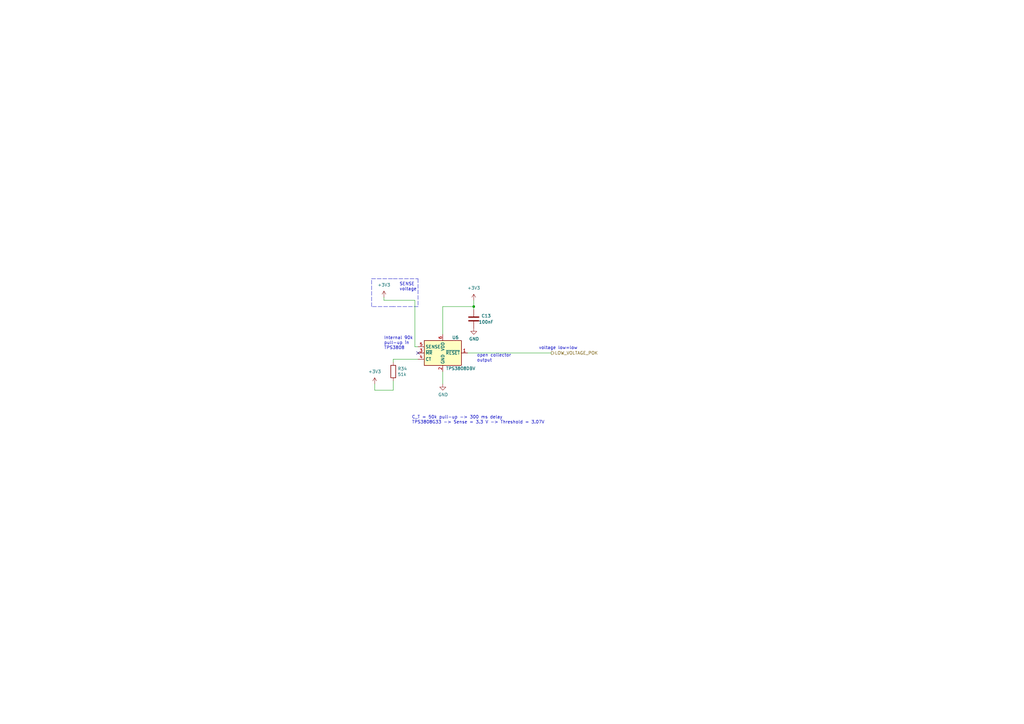
<source format=kicad_sch>
(kicad_sch (version 20211123) (generator eeschema)
  (paper "A3")
  (title_block (title "AMC Template") (date "2022-09-07") (rev "1.0") (company "Karlsruhe Institute of Technology (KIT)") (comment 1 "Institute for Data Processing and Electronics (IPE)") (comment 2 "Carsten Schmerbeck") (comment 3 "Luis Ardila") (comment 4 "Licensed under CERN-OHL-P v2"))
  (lib_symbols
    (symbol "Device:C" (pin_numbers hide) (pin_names (offset 0.254))
      (property "Reference" "C" (at 0.635 2.54 0))
      (property "Value" "C" (at 0.635 -2.54 0))
      (symbol "C_0_1"
        (polyline (pts (xy -2.032 -0.762) (xy 2.032 -0.762)) (stroke (width 0.508)))
        (polyline (pts (xy -2.032 0.762) (xy 2.032 0.762)) (stroke (width 0.508)))
      )
      (symbol "C_1_1"
        (pin passive line (at 0 3.81 270) (length 2.794) (name "~") (number "1"))
        (pin passive line (at 0 -3.81 90) (length 2.794) (name "~") (number "2"))
      )
    )
    (symbol "Device:R" (pin_numbers hide) (pin_names (offset 0))
      (property "Reference" "R" (at 2.032 0 90))
      (property "Value" "R" (at 0 0 90))
      (symbol "R_0_1"
        (rectangle (start -1.016 -2.54) (end 1.016 2.54) (stroke (width 0.254)))
      )
      (symbol "R_1_1"
        (pin passive line (at 0 3.81 270) (length 1.27) (name "~") (number "1"))
        (pin passive line (at 0 -3.81 90) (length 1.27) (name "~") (number "2"))
      )
    )
    (symbol "KIT_Power_Supervisor:TPS3808DBV"
      (property "Reference" "U" (at 0 8.89 0))
      (property "Value" "TPS3808DBV" (at 0 6.35 0))
      (symbol "TPS3808DBV_0_1"
        (rectangle (start -7.62 5.08) (end 7.62 -5.08) (stroke (width 0.254)) (fill (type background)))
      )
      (symbol "TPS3808DBV_1_1"
        (pin open_collector line (at 10.16 0 180) (length 2.54) (name "~{RESET}") (number "1"))
        (pin power_in line (at 0 -7.62 90) (length 2.54) (name "GND") (number "2"))
        (pin input line (at -10.16 0 0) (length 2.54) (name "~{MR}") (number "3"))
        (pin input line (at -10.16 -2.54 0) (length 2.54) (name "CT") (number "4"))
        (pin input line (at -10.16 2.54 0) (length 2.54) (name "SENSE") (number "5"))
        (pin power_in line (at 0 7.62 270) (length 2.54) (name "VDD") (number "6"))
      )
    )
    (symbol "power:+3V3" (power) (pin_names (offset 0))
      (property "Value" "+3V3" (at 0 3.556 0))
      (symbol "+3V3_0_1"
        (polyline (pts (xy -0.762 1.27) (xy 0 2.54)))
        (polyline (pts (xy 0 0) (xy 0 2.54)))
        (polyline (pts (xy 0 2.54) (xy 0.762 1.27)))
      )
      (symbol "+3V3_1_1"
        (pin power_in line (at 0 0 90) (length 0) hide (name "+3V3") (number "1"))
      )
    )
    (symbol "power:GND" (power) (pin_names (offset 0))
      (property "Value" "GND" (at 0 -3.81 0))
      (symbol "GND_0_1"
        (polyline (pts (xy 0 0) (xy 0 -1.27) (xy 1.27 -1.27) (xy 0 -2.54) (xy -1.27 -1.27) (xy 0 -1.27)))
      )
      (symbol "GND_1_1"
        (pin power_in line (at 0 0 270) (length 0) hide (name "GND") (number "1"))
      )
    )
  )
  (junction (at 194.31 125.73))
  (no_connect (at 171.45 144.78))
  (wire (pts (xy 170.18 142.24) (xy 171.45 142.24)))
  (wire (pts (xy 181.61 125.73) (xy 181.61 137.16)))
  (polyline (pts (xy 171.45 125.73) (xy 161.29 125.73)))
  (wire (pts (xy 194.31 127) (xy 194.31 125.73)))
  (wire (pts (xy 157.48 123.19) (xy 170.18 123.19)))
  (wire (pts (xy 191.77 144.78) (xy 226.06 144.78)))
  (wire (pts (xy 194.31 125.73) (xy 181.61 125.73)))
  (polyline (pts (xy 161.29 114.3) (xy 171.45 114.3)))
  (wire (pts (xy 153.67 160.02) (xy 161.29 160.02)))
  (wire (pts (xy 194.31 123.19) (xy 194.31 125.73)))
  (wire (pts (xy 161.29 160.02) (xy 161.29 156.21)))
  (wire (pts (xy 153.67 157.48) (xy 153.67 160.02)))
  (polyline (pts (xy 152.4 114.3) (xy 161.29 114.3)))
  (polyline (pts (xy 152.4 125.73) (xy 152.4 114.3)))
  (wire (pts (xy 161.29 148.59) (xy 161.29 147.32)))
  (wire (pts (xy 157.48 121.92) (xy 157.48 123.19)))
  (wire (pts (xy 170.18 123.19) (xy 170.18 142.24)))
  (wire (pts (xy 181.61 152.4) (xy 181.61 157.48)))
  (polyline (pts (xy 171.45 114.3) (xy 171.45 125.73)))
  (wire (pts (xy 161.29 147.32) (xy 171.45 147.32)))
  (polyline (pts (xy 161.29 125.73) (xy 152.4 125.73)))
  (text "Internal 90k \npull-up in \nTPS3808" (at 157.48 143.51 0) (effects (font (size 1.27 1.27)) (justify left bottom)))
  (text "C_T = 50k pull-up -> 300 ms delay\nTPS3808G33 -> Sense = 3.3 V -> Threshold = 3.07V" (at 168.91 173.99 0) (effects (font (size 1.27 1.27)) (justify left bottom)))
  (text "open collector\noutput" (at 195.58 148.59 0) (effects (font (size 1.27 1.27)) (justify left bottom)))
  (text "SENSE\nvoltage" (at 163.83 119.38 0) (effects (font (size 1.27 1.27)) (justify left bottom)))
  (text "voltage low=low" (at 220.98 143.51 0) (effects (font (size 1.27 1.27)) (justify left bottom)))
  (hierarchical_label "LOW_VOLTAGE_POK" (shape output) (at 226.06 144.78 0))
  (symbol (lib_id "power:GND") (at 181.61 157.48 0) (unit 1)
    (property "Reference" "#PWR0132" (effects hide))
    (property "Value" "GND" (at 181.737 161.8742 0))
  )
  (symbol (lib_id "power:+3V3") (at 157.48 121.92 0) (unit 1)
    (property "Reference" "#PWR0131" (effects hide))
    (property "Value" "+3V3" (at 157.48 116.84 0))
  )
  (symbol (lib_id "Device:C") (at 194.31 130.81 0) (mirror y) (unit 1)
    (property "Reference" "C13" (at 199.39 129.54 0))
    (property "Value" "100nF" (at 199.39 132.08 0))
    (property "Footprint" "Capacitor_SMD:C_0402_1005Metric" (effects hide))
    (property "voltage" "25 V" (effects hide))
    (property "stock" "AVT-IPE" (effects hide))
  )
  (symbol (lib_id "power:+3V3") (at 153.67 157.48 0) (unit 1)
    (property "Reference" "#PWR0130" (effects hide))
    (property "Value" "+3V3" (at 153.67 152.4 0))
  )
  (symbol (lib_id "power:+3V3") (at 194.31 123.19 0) (unit 1)
    (property "Reference" "#PWR0133" (effects hide))
    (property "Value" "+3V3" (at 194.31 118.11 0))
  )
  (symbol (lib_id "KIT_Power_Supervisor:TPS3808DBV") (at 181.61 144.78 0) (unit 1)
    (property "Reference" "U6" (at 185.42 138.43 0) (effects (justify left)))
    (property "Value" "TPS3808DBV" (at 182.88 151.13 0) (effects (justify left)))
    (property "Footprint" "Package_TO_SOT_SMD:SOT-23-6" (effects hide))
    (property "Datasheet" "http://www.ti.com/lit/ds/symlink/tps3808.pdf" (effects hide))
    (property "manf" "Texas Instruments" (effects hide))
    (property "manf#" "TPS3808G33DBVT" (effects hide))
    (property "rs#" "796-8354" (effects hide))
    (property "info" "Low-Quiescent-Current, Programmable-Delay Supervisory Circuit, SOT-23-6" (effects hide))
    (property "digikey#" "296-37671-1-ND" (effects hide))
  )
  (symbol (lib_id "Device:R") (at 161.29 152.4 0) (unit 1)
    (property "Reference" "R34" (at 163.068 151.2316 0) (effects (justify left)))
    (property "Value" "51k" (at 163.068 153.543 0) (effects (justify left)))
    (property "Footprint" "Resistor_SMD:R_0402_1005Metric" (effects hide))
    (property "stock" "AVT-IPE" (effects hide))
    (property "digikey#" "RMCF0402FT51K0CT-ND" (effects hide))
    (property "manf" "Stackpole Electronics Inc" (effects hide))
    (property "manf#" "RMCF0402FT51K0" (effects hide))
  )
  (symbol (lib_id "power:GND") (at 194.31 134.62 0) (unit 1)
    (property "Reference" "#PWR0134" (effects hide))
    (property "Value" "GND" (at 194.437 139.0142 0))
  )
)
</source>
